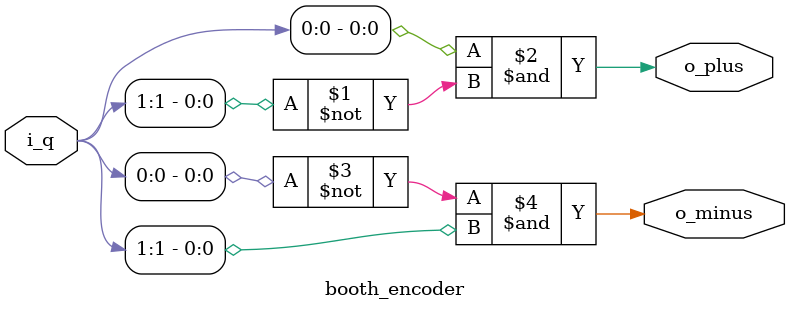
<source format=sv>
module booth_encoder (
	input [1:0] i_q,
	
	output o_plus,
	output o_minus
);

	assign o_plus = i_q[0] & ~i_q[1];
	assign o_minus = ~i_q[0] & i_q[1];

endmodule

</source>
